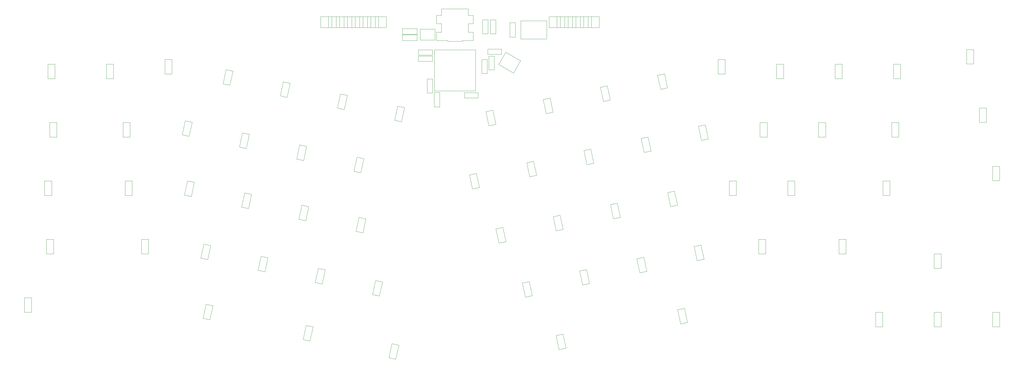
<source format=gbr>
G04 #@! TF.GenerationSoftware,KiCad,Pcbnew,(5.1.5)-3*
G04 #@! TF.CreationDate,2020-04-11T10:21:21+07:00*
G04 #@! TF.ProjectId,arisu,61726973-752e-46b6-9963-61645f706362,1.1*
G04 #@! TF.SameCoordinates,Original*
G04 #@! TF.FileFunction,Other,User*
%FSLAX46Y46*%
G04 Gerber Fmt 4.6, Leading zero omitted, Abs format (unit mm)*
G04 Created by KiCad (PCBNEW (5.1.5)-3) date 2020-04-11 10:21:21*
%MOMM*%
%LPD*%
G04 APERTURE LIST*
%ADD10C,0.050000*%
G04 APERTURE END LIST*
D10*
X171164000Y-22098000D02*
X171164000Y-24248000D01*
X171164000Y-24248000D02*
X169564000Y-24248000D01*
X169564000Y-26948000D02*
X169564000Y-24248000D01*
X171164000Y-26948000D02*
X169564000Y-26948000D01*
X171164000Y-29698000D02*
X171164000Y-26948000D01*
X171164000Y-29698000D02*
X169564000Y-29698000D01*
X169564000Y-32398000D02*
X169564000Y-29698000D01*
X169564000Y-32398000D02*
X173164000Y-32398000D01*
X173164000Y-32398000D02*
X173164000Y-32648000D01*
X181464000Y-32398000D02*
X181464000Y-29698000D01*
X179864000Y-29698000D02*
X181464000Y-29698000D01*
X179864000Y-29698000D02*
X179864000Y-26948000D01*
X181464000Y-26948000D02*
X181464000Y-24248000D01*
X181464000Y-32398000D02*
X177864000Y-32398000D01*
X171164000Y-22098000D02*
X179864000Y-22098000D01*
X179864000Y-22098000D02*
X179864000Y-24248000D01*
X179864000Y-24248000D02*
X181464000Y-24248000D01*
X179864000Y-26948000D02*
X181464000Y-26948000D01*
X177864000Y-32398000D02*
X177864000Y-32648000D01*
X177864000Y-32648000D02*
X173164000Y-32648000D01*
X184286000Y-38644000D02*
X184286000Y-43144000D01*
X184286000Y-38644000D02*
X186036000Y-38644000D01*
X186036000Y-43144000D02*
X184286000Y-43144000D01*
X186036000Y-43144000D02*
X186036000Y-38644000D01*
X188332000Y-42001000D02*
X188332000Y-37501000D01*
X188332000Y-42001000D02*
X186582000Y-42001000D01*
X186582000Y-37501000D02*
X188332000Y-37501000D01*
X186582000Y-37501000D02*
X186582000Y-42001000D01*
X188840000Y-30190000D02*
X188840000Y-25690000D01*
X188840000Y-30190000D02*
X187090000Y-30190000D01*
X187090000Y-25690000D02*
X188840000Y-25690000D01*
X187090000Y-25690000D02*
X187090000Y-30190000D01*
X186300000Y-30190000D02*
X186300000Y-25690000D01*
X186300000Y-30190000D02*
X184550000Y-30190000D01*
X184550000Y-25690000D02*
X186300000Y-25690000D01*
X184550000Y-25690000D02*
X184550000Y-30190000D01*
X168132000Y-35442000D02*
X163632000Y-35442000D01*
X168132000Y-35442000D02*
X168132000Y-37192000D01*
X163632000Y-37192000D02*
X163632000Y-35442000D01*
X163632000Y-37192000D02*
X168132000Y-37192000D01*
X168132000Y-37474000D02*
X163632000Y-37474000D01*
X168132000Y-37474000D02*
X168132000Y-39224000D01*
X163632000Y-39224000D02*
X163632000Y-37474000D01*
X163632000Y-39224000D02*
X168132000Y-39224000D01*
X178598000Y-51172000D02*
X183098000Y-51172000D01*
X178598000Y-51172000D02*
X178598000Y-49422000D01*
X183098000Y-49422000D02*
X183098000Y-51172000D01*
X183098000Y-49422000D02*
X178598000Y-49422000D01*
X168266000Y-49494000D02*
X168266000Y-44994000D01*
X168266000Y-49494000D02*
X166516000Y-49494000D01*
X166516000Y-44994000D02*
X168266000Y-44994000D01*
X166516000Y-44994000D02*
X166516000Y-49494000D01*
X186198000Y-36948000D02*
X190698000Y-36948000D01*
X186198000Y-36948000D02*
X186198000Y-35198000D01*
X190698000Y-35198000D02*
X190698000Y-36948000D01*
X190698000Y-35198000D02*
X186198000Y-35198000D01*
X45265000Y-44845000D02*
X45265000Y-40145000D01*
X45265000Y-40145000D02*
X42965000Y-40145000D01*
X42965000Y-40145000D02*
X42965000Y-44845000D01*
X45265000Y-44845000D02*
X42965000Y-44845000D01*
X45865000Y-63895000D02*
X45865000Y-59195000D01*
X45865000Y-59195000D02*
X43565000Y-59195000D01*
X43565000Y-59195000D02*
X43565000Y-63895000D01*
X45865000Y-63895000D02*
X43565000Y-63895000D01*
X44181250Y-82945000D02*
X44181250Y-78245000D01*
X44181250Y-78245000D02*
X41881250Y-78245000D01*
X41881250Y-78245000D02*
X41881250Y-82945000D01*
X44181250Y-82945000D02*
X41881250Y-82945000D01*
X44768750Y-101995000D02*
X44768750Y-97295000D01*
X44768750Y-97295000D02*
X42468750Y-97295000D01*
X42468750Y-97295000D02*
X42468750Y-101995000D01*
X44768750Y-101995000D02*
X42468750Y-101995000D01*
X37635000Y-121045000D02*
X37635000Y-116345000D01*
X37635000Y-116345000D02*
X35335000Y-116345000D01*
X35335000Y-116345000D02*
X35335000Y-121045000D01*
X37635000Y-121045000D02*
X35335000Y-121045000D01*
X64315000Y-44845000D02*
X64315000Y-40145000D01*
X64315000Y-40145000D02*
X62015000Y-40145000D01*
X62015000Y-40145000D02*
X62015000Y-44845000D01*
X64315000Y-44845000D02*
X62015000Y-44845000D01*
X69675000Y-63895000D02*
X69675000Y-59195000D01*
X69675000Y-59195000D02*
X67375000Y-59195000D01*
X67375000Y-59195000D02*
X67375000Y-63895000D01*
X69675000Y-63895000D02*
X67375000Y-63895000D01*
X70375000Y-82945000D02*
X70375000Y-78245000D01*
X70375000Y-78245000D02*
X68075000Y-78245000D01*
X68075000Y-78245000D02*
X68075000Y-82945000D01*
X70375000Y-82945000D02*
X68075000Y-82945000D01*
X75725000Y-101995000D02*
X75725000Y-97295000D01*
X75725000Y-97295000D02*
X73425000Y-97295000D01*
X73425000Y-97295000D02*
X73425000Y-101995000D01*
X75725000Y-101995000D02*
X73425000Y-101995000D01*
X83365000Y-43344615D02*
X83365000Y-38644615D01*
X83365000Y-38644615D02*
X81065000Y-38644615D01*
X81065000Y-38644615D02*
X81065000Y-43344615D01*
X83365000Y-43344615D02*
X81065000Y-43344615D01*
X88952128Y-63654369D02*
X89929313Y-59057076D01*
X89929313Y-59057076D02*
X87679574Y-58578879D01*
X87679574Y-58578879D02*
X86702389Y-63176172D01*
X88952128Y-63654369D02*
X86702389Y-63176172D01*
X89649795Y-83278262D02*
X90626980Y-78680969D01*
X90626980Y-78680969D02*
X88377241Y-78202772D01*
X88377241Y-78202772D02*
X87400056Y-82800065D01*
X89649795Y-83278262D02*
X87400056Y-82800065D01*
X95005877Y-103892331D02*
X95983062Y-99295038D01*
X95983062Y-99295038D02*
X93733323Y-98816841D01*
X93733323Y-98816841D02*
X92756138Y-103414134D01*
X95005877Y-103892331D02*
X92756138Y-103414134D01*
X95703578Y-123516219D02*
X96680763Y-118918926D01*
X96680763Y-118918926D02*
X94431024Y-118440729D01*
X94431024Y-118440729D02*
X93453839Y-123038022D01*
X95703578Y-123516219D02*
X93453839Y-123038022D01*
X102229786Y-47001026D02*
X103206971Y-42403733D01*
X103206971Y-42403733D02*
X100957232Y-41925536D01*
X100957232Y-41925536D02*
X99980047Y-46522829D01*
X102229786Y-47001026D02*
X99980047Y-46522829D01*
X107585838Y-67615095D02*
X108563023Y-63017802D01*
X108563023Y-63017802D02*
X106313284Y-62539605D01*
X106313284Y-62539605D02*
X105336099Y-67136898D01*
X107585838Y-67615095D02*
X105336099Y-67136898D01*
X108283505Y-87238989D02*
X109260690Y-82641696D01*
X109260690Y-82641696D02*
X107010951Y-82163499D01*
X107010951Y-82163499D02*
X106033766Y-86760792D01*
X108283505Y-87238989D02*
X106033766Y-86760792D01*
X113639587Y-107853057D02*
X114616772Y-103255764D01*
X114616772Y-103255764D02*
X112367033Y-102777567D01*
X112367033Y-102777567D02*
X111389848Y-107374860D01*
X113639587Y-107853057D02*
X111389848Y-107374860D01*
X120863497Y-50961744D02*
X121840682Y-46364451D01*
X121840682Y-46364451D02*
X119590943Y-45886254D01*
X119590943Y-45886254D02*
X118613758Y-50483547D01*
X120863497Y-50961744D02*
X118613758Y-50483547D01*
X126219548Y-71575822D02*
X127196733Y-66978529D01*
X127196733Y-66978529D02*
X124946994Y-66500332D01*
X124946994Y-66500332D02*
X123969809Y-71097625D01*
X126219548Y-71575822D02*
X123969809Y-71097625D01*
X126917215Y-91199716D02*
X127894400Y-86602423D01*
X127894400Y-86602423D02*
X125644661Y-86124226D01*
X125644661Y-86124226D02*
X124667476Y-90721519D01*
X126917215Y-91199716D02*
X124667476Y-90721519D01*
X132273296Y-111813784D02*
X133250481Y-107216491D01*
X133250481Y-107216491D02*
X131000742Y-106738294D01*
X131000742Y-106738294D02*
X130023557Y-111335587D01*
X132273296Y-111813784D02*
X130023557Y-111335587D01*
X128312570Y-130447494D02*
X129289755Y-125850201D01*
X129289755Y-125850201D02*
X127040016Y-125372004D01*
X127040016Y-125372004D02*
X126062831Y-129969297D01*
X128312570Y-130447494D02*
X126062831Y-129969297D01*
X139497209Y-54922462D02*
X140474394Y-50325169D01*
X140474394Y-50325169D02*
X138224655Y-49846972D01*
X138224655Y-49846972D02*
X137247470Y-54444265D01*
X139497209Y-54922462D02*
X137247470Y-54444265D01*
X144853258Y-75536549D02*
X145830443Y-70939256D01*
X145830443Y-70939256D02*
X143580704Y-70461059D01*
X143580704Y-70461059D02*
X142603519Y-75058352D01*
X144853258Y-75536549D02*
X142603519Y-75058352D01*
X145550925Y-95160443D02*
X146528110Y-90563150D01*
X146528110Y-90563150D02*
X144278371Y-90084953D01*
X144278371Y-90084953D02*
X143301186Y-94682246D01*
X145550925Y-95160443D02*
X143301186Y-94682246D01*
X150907006Y-115774511D02*
X151884191Y-111177218D01*
X151884191Y-111177218D02*
X149634452Y-110699021D01*
X149634452Y-110699021D02*
X148657267Y-115296314D01*
X150907006Y-115774511D02*
X148657267Y-115296314D01*
X156263143Y-136388540D02*
X157240328Y-131791247D01*
X157240328Y-131791247D02*
X154990589Y-131313050D01*
X154990589Y-131313050D02*
X154013404Y-135910343D01*
X156263143Y-136388540D02*
X154013404Y-135910343D01*
X158130921Y-58883179D02*
X159108106Y-54285886D01*
X159108106Y-54285886D02*
X156858367Y-53807689D01*
X156858367Y-53807689D02*
X155881182Y-58404982D01*
X158130921Y-58883179D02*
X155881182Y-58404982D01*
X183476885Y-80359075D02*
X182499700Y-75761782D01*
X182499700Y-75761782D02*
X180249961Y-76239979D01*
X180249961Y-76239979D02*
X181227146Y-80837272D01*
X183476885Y-80359075D02*
X181227146Y-80837272D01*
X192096006Y-98002627D02*
X191118821Y-93405334D01*
X191118821Y-93405334D02*
X188869082Y-93883531D01*
X188869082Y-93883531D02*
X189846267Y-98480824D01*
X192096006Y-98002627D02*
X189846267Y-98480824D01*
X200715127Y-115646179D02*
X199737942Y-111048886D01*
X199737942Y-111048886D02*
X197488203Y-111527083D01*
X197488203Y-111527083D02*
X198465388Y-116124376D01*
X200715127Y-115646179D02*
X198465388Y-116124376D01*
X188833112Y-59744976D02*
X187855927Y-55147683D01*
X187855927Y-55147683D02*
X185606188Y-55625880D01*
X185606188Y-55625880D02*
X186583373Y-60223173D01*
X188833112Y-59744976D02*
X186583373Y-60223173D01*
X202110596Y-76398357D02*
X201133411Y-71801064D01*
X201133411Y-71801064D02*
X198883672Y-72279261D01*
X198883672Y-72279261D02*
X199860857Y-76876554D01*
X202110596Y-76398357D02*
X199860857Y-76876554D01*
X210729717Y-94041909D02*
X209752532Y-89444616D01*
X209752532Y-89444616D02*
X207502793Y-89922813D01*
X207502793Y-89922813D02*
X208479978Y-94520106D01*
X210729717Y-94041909D02*
X208479978Y-94520106D01*
X219348839Y-111685461D02*
X218371654Y-107088168D01*
X218371654Y-107088168D02*
X216121915Y-107566365D01*
X216121915Y-107566365D02*
X217099100Y-112163658D01*
X219348839Y-111685461D02*
X217099100Y-112163658D01*
X211663528Y-132794586D02*
X210686343Y-128197293D01*
X210686343Y-128197293D02*
X208436604Y-128675490D01*
X208436604Y-128675490D02*
X209413789Y-133272783D01*
X211663528Y-132794586D02*
X209413789Y-133272783D01*
X207466824Y-55784258D02*
X206489639Y-51186965D01*
X206489639Y-51186965D02*
X204239900Y-51665162D01*
X204239900Y-51665162D02*
X205217085Y-56262455D01*
X207466824Y-55784258D02*
X205217085Y-56262455D01*
X220744308Y-72437640D02*
X219767123Y-67840347D01*
X219767123Y-67840347D02*
X217517384Y-68318544D01*
X217517384Y-68318544D02*
X218494569Y-72915837D01*
X220744308Y-72437640D02*
X218494569Y-72915837D01*
X229363429Y-90081192D02*
X228386244Y-85483899D01*
X228386244Y-85483899D02*
X226136505Y-85962096D01*
X226136505Y-85962096D02*
X227113690Y-90559389D01*
X229363429Y-90081192D02*
X227113690Y-90559389D01*
X237982550Y-107724744D02*
X237005365Y-103127451D01*
X237005365Y-103127451D02*
X234755626Y-103605648D01*
X234755626Y-103605648D02*
X235732811Y-108202941D01*
X237982550Y-107724744D02*
X235732811Y-108202941D01*
X226100536Y-51823541D02*
X225123351Y-47226248D01*
X225123351Y-47226248D02*
X222873612Y-47704445D01*
X222873612Y-47704445D02*
X223850797Y-52301738D01*
X226100536Y-51823541D02*
X223850797Y-52301738D01*
X239378020Y-68476922D02*
X238400835Y-63879629D01*
X238400835Y-63879629D02*
X236151096Y-64357826D01*
X236151096Y-64357826D02*
X237128281Y-68955119D01*
X239378020Y-68476922D02*
X237128281Y-68955119D01*
X247997141Y-86120474D02*
X247019956Y-81523181D01*
X247019956Y-81523181D02*
X244770217Y-82001378D01*
X244770217Y-82001378D02*
X245747402Y-86598671D01*
X247997141Y-86120474D02*
X245747402Y-86598671D01*
X256616262Y-103764026D02*
X255639077Y-99166733D01*
X255639077Y-99166733D02*
X253389338Y-99644930D01*
X253389338Y-99644930D02*
X254366523Y-104242223D01*
X256616262Y-103764026D02*
X254366523Y-104242223D01*
X251260164Y-124378074D02*
X250282979Y-119780781D01*
X250282979Y-119780781D02*
X248033240Y-120258978D01*
X248033240Y-120258978D02*
X249010425Y-124856271D01*
X251260164Y-124378074D02*
X249010425Y-124856271D01*
X244734247Y-47862823D02*
X243757062Y-43265530D01*
X243757062Y-43265530D02*
X241507323Y-43743727D01*
X241507323Y-43743727D02*
X242484508Y-48341020D01*
X244734247Y-47862823D02*
X242484508Y-48341020D01*
X258011732Y-64516204D02*
X257034547Y-59918911D01*
X257034547Y-59918911D02*
X254784808Y-60397108D01*
X254784808Y-60397108D02*
X255761993Y-64994401D01*
X258011732Y-64516204D02*
X255761993Y-64994401D01*
X267175000Y-82945000D02*
X267175000Y-78245000D01*
X267175000Y-78245000D02*
X264875000Y-78245000D01*
X264875000Y-78245000D02*
X264875000Y-82945000D01*
X267175000Y-82945000D02*
X264875000Y-82945000D01*
X276700019Y-101994998D02*
X276700019Y-97294998D01*
X276700019Y-97294998D02*
X274400019Y-97294998D01*
X274400019Y-97294998D02*
X274400019Y-101994998D01*
X276700019Y-101994998D02*
X274400019Y-101994998D01*
X263495000Y-43344615D02*
X263495000Y-38644615D01*
X263495000Y-38644615D02*
X261195000Y-38644615D01*
X261195000Y-38644615D02*
X261195000Y-43344615D01*
X263495000Y-43344615D02*
X261195000Y-43344615D01*
X277185000Y-63895000D02*
X277185000Y-59195000D01*
X277185000Y-59195000D02*
X274885000Y-59195000D01*
X274885000Y-59195000D02*
X274885000Y-63895000D01*
X277185000Y-63895000D02*
X274885000Y-63895000D01*
X286225000Y-82945000D02*
X286225000Y-78245000D01*
X286225000Y-78245000D02*
X283925000Y-78245000D01*
X283925000Y-78245000D02*
X283925000Y-82945000D01*
X286225000Y-82945000D02*
X283925000Y-82945000D01*
X302893769Y-101994998D02*
X302893769Y-97294998D01*
X302893769Y-97294998D02*
X300593769Y-97294998D01*
X300593769Y-97294998D02*
X300593769Y-101994998D01*
X302893769Y-101994998D02*
X300593769Y-101994998D01*
X282545000Y-44845000D02*
X282545000Y-40145000D01*
X282545000Y-40145000D02*
X280245000Y-40145000D01*
X280245000Y-40145000D02*
X280245000Y-44845000D01*
X282545000Y-44845000D02*
X280245000Y-44845000D01*
X296235000Y-63895000D02*
X296235000Y-59195000D01*
X296235000Y-59195000D02*
X293935000Y-59195000D01*
X293935000Y-59195000D02*
X293935000Y-63895000D01*
X296235000Y-63895000D02*
X293935000Y-63895000D01*
X317181250Y-82945000D02*
X317181250Y-78245000D01*
X317181250Y-78245000D02*
X314881250Y-78245000D01*
X314881250Y-78245000D02*
X314881250Y-82945000D01*
X317181250Y-82945000D02*
X314881250Y-82945000D01*
X314799949Y-125807503D02*
X314799949Y-121107503D01*
X314799949Y-121107503D02*
X312499949Y-121107503D01*
X312499949Y-121107503D02*
X312499949Y-125807503D01*
X314799949Y-125807503D02*
X312499949Y-125807503D01*
X301595000Y-44845000D02*
X301595000Y-40145000D01*
X301595000Y-40145000D02*
X299295000Y-40145000D01*
X299295000Y-40145000D02*
X299295000Y-44845000D01*
X301595000Y-44845000D02*
X299295000Y-44845000D01*
X320055000Y-63895000D02*
X320055000Y-59195000D01*
X320055000Y-59195000D02*
X317755000Y-59195000D01*
X317755000Y-59195000D02*
X317755000Y-63895000D01*
X320055000Y-63895000D02*
X317755000Y-63895000D01*
X333849949Y-106757503D02*
X333849949Y-102057503D01*
X333849949Y-102057503D02*
X331549949Y-102057503D01*
X331549949Y-102057503D02*
X331549949Y-106757503D01*
X333849949Y-106757503D02*
X331549949Y-106757503D01*
X333849949Y-125807503D02*
X333849949Y-121107503D01*
X333849949Y-121107503D02*
X331549949Y-121107503D01*
X331549949Y-121107503D02*
X331549949Y-125807503D01*
X333849949Y-125807503D02*
X331549949Y-125807503D01*
X320645000Y-44845000D02*
X320645000Y-40145000D01*
X320645000Y-40145000D02*
X318345000Y-40145000D01*
X318345000Y-40145000D02*
X318345000Y-44845000D01*
X320645000Y-44845000D02*
X318345000Y-44845000D01*
X344457542Y-40082509D02*
X344457542Y-35382509D01*
X344457542Y-35382509D02*
X342157542Y-35382509D01*
X342157542Y-35382509D02*
X342157542Y-40082509D01*
X344457542Y-40082509D02*
X342157542Y-40082509D01*
X348630000Y-59132516D02*
X348630000Y-54432516D01*
X348630000Y-54432516D02*
X346330000Y-54432516D01*
X346330000Y-54432516D02*
X346330000Y-59132516D01*
X348630000Y-59132516D02*
X346330000Y-59132516D01*
X352899949Y-78182519D02*
X352899949Y-73482519D01*
X352899949Y-73482519D02*
X350599949Y-73482519D01*
X350599949Y-73482519D02*
X350599949Y-78182519D01*
X352899949Y-78182519D02*
X350599949Y-78182519D01*
X352899949Y-125807503D02*
X352899949Y-121107503D01*
X352899949Y-121107503D02*
X350599949Y-121107503D01*
X350599949Y-121107503D02*
X350599949Y-125807503D01*
X352899949Y-125807503D02*
X350599949Y-125807503D01*
X218926000Y-28216000D02*
X218926000Y-24616000D01*
X218926000Y-24616000D02*
X222526000Y-24616000D01*
X222526000Y-24616000D02*
X222526000Y-28216000D01*
X222526000Y-28216000D02*
X218926000Y-28216000D01*
X216386000Y-28216000D02*
X216386000Y-24616000D01*
X216386000Y-24616000D02*
X219986000Y-24616000D01*
X219986000Y-24616000D02*
X219986000Y-28216000D01*
X219986000Y-28216000D02*
X216386000Y-28216000D01*
X213846000Y-28216000D02*
X213846000Y-24616000D01*
X213846000Y-24616000D02*
X217446000Y-24616000D01*
X217446000Y-24616000D02*
X217446000Y-28216000D01*
X217446000Y-28216000D02*
X213846000Y-28216000D01*
X211306000Y-28216000D02*
X211306000Y-24616000D01*
X211306000Y-24616000D02*
X214906000Y-24616000D01*
X214906000Y-24616000D02*
X214906000Y-28216000D01*
X214906000Y-28216000D02*
X211306000Y-28216000D01*
X208766000Y-28216000D02*
X208766000Y-24616000D01*
X208766000Y-24616000D02*
X212366000Y-24616000D01*
X212366000Y-24616000D02*
X212366000Y-28216000D01*
X212366000Y-28216000D02*
X208766000Y-28216000D01*
X206226000Y-28216000D02*
X206226000Y-24616000D01*
X206226000Y-24616000D02*
X209826000Y-24616000D01*
X209826000Y-24616000D02*
X209826000Y-28216000D01*
X209826000Y-28216000D02*
X206226000Y-28216000D01*
X139424000Y-28216000D02*
X139424000Y-24616000D01*
X139424000Y-24616000D02*
X143024000Y-24616000D01*
X143024000Y-24616000D02*
X143024000Y-28216000D01*
X143024000Y-28216000D02*
X139424000Y-28216000D01*
X136884000Y-28216000D02*
X136884000Y-24616000D01*
X136884000Y-24616000D02*
X140484000Y-24616000D01*
X140484000Y-24616000D02*
X140484000Y-28216000D01*
X140484000Y-28216000D02*
X136884000Y-28216000D01*
X134344000Y-28216000D02*
X134344000Y-24616000D01*
X134344000Y-24616000D02*
X137944000Y-24616000D01*
X137944000Y-24616000D02*
X137944000Y-28216000D01*
X137944000Y-28216000D02*
X134344000Y-28216000D01*
X131804000Y-28216000D02*
X131804000Y-24616000D01*
X131804000Y-24616000D02*
X135404000Y-24616000D01*
X135404000Y-24616000D02*
X135404000Y-28216000D01*
X135404000Y-28216000D02*
X131804000Y-28216000D01*
X163132000Y-30596000D02*
X158432000Y-30596000D01*
X163132000Y-30596000D02*
X163132000Y-32396000D01*
X158432000Y-32396000D02*
X158432000Y-30596000D01*
X158432000Y-32396000D02*
X163132000Y-32396000D01*
X158432000Y-30364000D02*
X163132000Y-30364000D01*
X158432000Y-30364000D02*
X158432000Y-28564000D01*
X163132000Y-28564000D02*
X163132000Y-30364000D01*
X163132000Y-28564000D02*
X158432000Y-28564000D01*
X193410000Y-26606000D02*
X193410000Y-31306000D01*
X193410000Y-26606000D02*
X195210000Y-26606000D01*
X195210000Y-31306000D02*
X193410000Y-31306000D01*
X195210000Y-31306000D02*
X195210000Y-26606000D01*
X168772000Y-49386000D02*
X168772000Y-54086000D01*
X168772000Y-49386000D02*
X170572000Y-49386000D01*
X170572000Y-54086000D02*
X168772000Y-54086000D01*
X170572000Y-54086000D02*
X170572000Y-49386000D01*
X205418000Y-25956000D02*
X196918000Y-25956000D01*
X196918000Y-25956000D02*
X196918000Y-31956000D01*
X196918000Y-31956000D02*
X205418000Y-31956000D01*
X205418000Y-31956000D02*
X205418000Y-25956000D01*
X196868871Y-39032142D02*
X194568871Y-43015858D01*
X194568871Y-43015858D02*
X189719129Y-40215858D01*
X189719129Y-40215858D02*
X192019129Y-36232142D01*
X192019129Y-36232142D02*
X196868871Y-39032142D01*
X164224000Y-32280000D02*
X169024000Y-32280000D01*
X169024000Y-32280000D02*
X169024000Y-28680000D01*
X169024000Y-28680000D02*
X164224000Y-28680000D01*
X164224000Y-28680000D02*
X164224000Y-32280000D01*
X168814000Y-35464000D02*
X182214000Y-35464000D01*
X168814000Y-48864000D02*
X182214000Y-48864000D01*
X168814000Y-35464000D02*
X168814000Y-48864000D01*
X182214000Y-35464000D02*
X182214000Y-48864000D01*
X149584000Y-28216000D02*
X149584000Y-24616000D01*
X149584000Y-24616000D02*
X153184000Y-24616000D01*
X153184000Y-24616000D02*
X153184000Y-28216000D01*
X153184000Y-28216000D02*
X149584000Y-28216000D01*
X144504000Y-28216000D02*
X144504000Y-24616000D01*
X144504000Y-24616000D02*
X148104000Y-24616000D01*
X148104000Y-24616000D02*
X148104000Y-28216000D01*
X148104000Y-28216000D02*
X144504000Y-28216000D01*
X150644000Y-28216000D02*
X147044000Y-28216000D01*
X150644000Y-24616000D02*
X150644000Y-28216000D01*
X147044000Y-24616000D02*
X150644000Y-24616000D01*
X147044000Y-28216000D02*
X147044000Y-24616000D01*
X145564000Y-28216000D02*
X141964000Y-28216000D01*
X145564000Y-24616000D02*
X145564000Y-28216000D01*
X141964000Y-24616000D02*
X145564000Y-24616000D01*
X141964000Y-28216000D02*
X141964000Y-24616000D01*
M02*

</source>
